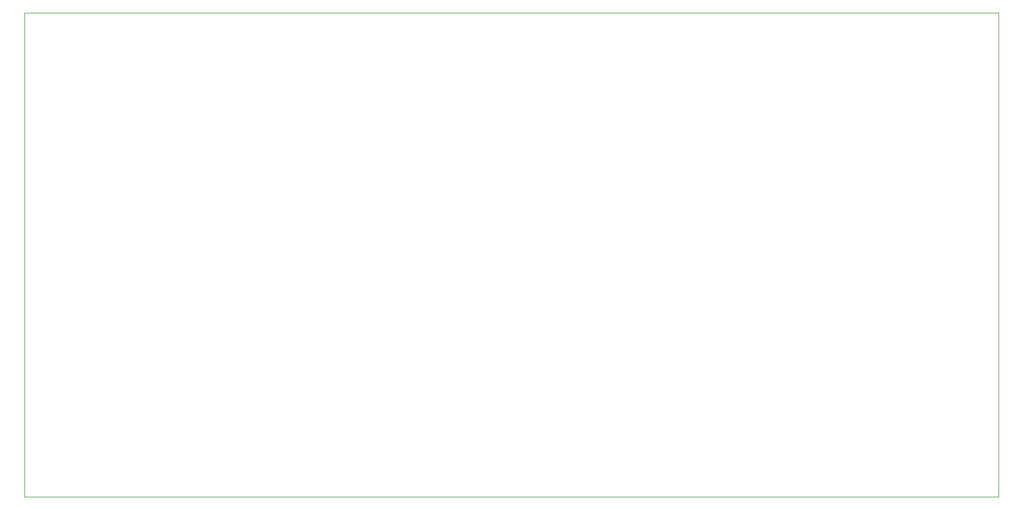
<source format=gbr>
%TF.GenerationSoftware,KiCad,Pcbnew,(6.0.0)*%
%TF.CreationDate,2022-08-03T23:01:30+01:00*%
%TF.ProjectId,EMI-DC BLOCKR FILTER,454d492d-4443-4204-924c-4f434b522046,rev?*%
%TF.SameCoordinates,Original*%
%TF.FileFunction,Profile,NP*%
%FSLAX46Y46*%
G04 Gerber Fmt 4.6, Leading zero omitted, Abs format (unit mm)*
G04 Created by KiCad (PCBNEW (6.0.0)) date 2022-08-03 23:01:30*
%MOMM*%
%LPD*%
G01*
G04 APERTURE LIST*
%TA.AperFunction,Profile*%
%ADD10C,0.100000*%
%TD*%
G04 APERTURE END LIST*
D10*
X224825907Y-61112400D02*
X76591507Y-61112400D01*
X76591507Y-61112400D02*
X76591507Y-134772400D01*
X76591507Y-134772400D02*
X224825907Y-134772400D01*
X224825907Y-134772400D02*
X224825907Y-61112400D01*
M02*

</source>
